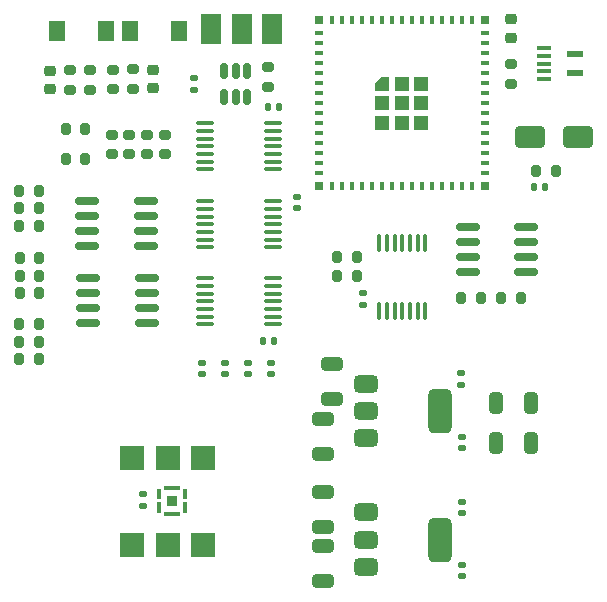
<source format=gbr>
%TF.GenerationSoftware,KiCad,Pcbnew,8.0.6*%
%TF.CreationDate,2025-08-26T16:01:02+02:00*%
%TF.ProjectId,probe,70726f62-652e-46b6-9963-61645f706362,V4-0*%
%TF.SameCoordinates,Original*%
%TF.FileFunction,Paste,Top*%
%TF.FilePolarity,Positive*%
%FSLAX46Y46*%
G04 Gerber Fmt 4.6, Leading zero omitted, Abs format (unit mm)*
G04 Created by KiCad (PCBNEW 8.0.6) date 2025-08-26 16:01:02*
%MOMM*%
%LPD*%
G01*
G04 APERTURE LIST*
G04 Aperture macros list*
%AMRoundRect*
0 Rectangle with rounded corners*
0 $1 Rounding radius*
0 $2 $3 $4 $5 $6 $7 $8 $9 X,Y pos of 4 corners*
0 Add a 4 corners polygon primitive as box body*
4,1,4,$2,$3,$4,$5,$6,$7,$8,$9,$2,$3,0*
0 Add four circle primitives for the rounded corners*
1,1,$1+$1,$2,$3*
1,1,$1+$1,$4,$5*
1,1,$1+$1,$6,$7*
1,1,$1+$1,$8,$9*
0 Add four rect primitives between the rounded corners*
20,1,$1+$1,$2,$3,$4,$5,0*
20,1,$1+$1,$4,$5,$6,$7,0*
20,1,$1+$1,$6,$7,$8,$9,0*
20,1,$1+$1,$8,$9,$2,$3,0*%
%AMFreePoly0*
4,1,6,0.600000,-0.600000,-0.600000,-0.600000,-0.600000,0.000000,0.000000,0.600000,0.600000,0.600000,0.600000,-0.600000,0.600000,-0.600000,$1*%
G04 Aperture macros list end*
%ADD10C,0.010000*%
%ADD11RoundRect,0.200000X-0.200000X-0.275000X0.200000X-0.275000X0.200000X0.275000X-0.200000X0.275000X0*%
%ADD12R,1.250000X0.400000*%
%ADD13R,1.350000X0.600000*%
%ADD14RoundRect,0.225000X0.250000X-0.225000X0.250000X0.225000X-0.250000X0.225000X-0.250000X-0.225000X0*%
%ADD15RoundRect,0.250000X-1.000000X-0.650000X1.000000X-0.650000X1.000000X0.650000X-1.000000X0.650000X0*%
%ADD16RoundRect,0.200000X0.275000X-0.200000X0.275000X0.200000X-0.275000X0.200000X-0.275000X-0.200000X0*%
%ADD17R,1.350000X1.800000*%
%ADD18RoundRect,0.200000X0.200000X0.275000X-0.200000X0.275000X-0.200000X-0.275000X0.200000X-0.275000X0*%
%ADD19RoundRect,0.140000X0.170000X-0.140000X0.170000X0.140000X-0.170000X0.140000X-0.170000X-0.140000X0*%
%ADD20RoundRect,0.140000X-0.140000X-0.170000X0.140000X-0.170000X0.140000X0.170000X-0.140000X0.170000X0*%
%ADD21RoundRect,0.225000X-0.250000X0.225000X-0.250000X-0.225000X0.250000X-0.225000X0.250000X0.225000X0*%
%ADD22RoundRect,0.140000X-0.170000X0.140000X-0.170000X-0.140000X0.170000X-0.140000X0.170000X0.140000X0*%
%ADD23RoundRect,0.250000X0.650000X-0.325000X0.650000X0.325000X-0.650000X0.325000X-0.650000X-0.325000X0*%
%ADD24RoundRect,0.100000X-0.637500X-0.100000X0.637500X-0.100000X0.637500X0.100000X-0.637500X0.100000X0*%
%ADD25R,2.000000X2.000000*%
%ADD26RoundRect,0.375000X-0.625000X-0.375000X0.625000X-0.375000X0.625000X0.375000X-0.625000X0.375000X0*%
%ADD27RoundRect,0.500000X-0.500000X-1.400000X0.500000X-1.400000X0.500000X1.400000X-0.500000X1.400000X0*%
%ADD28R,0.800000X0.400000*%
%ADD29R,0.400000X0.800000*%
%ADD30FreePoly0,0.000000*%
%ADD31R,1.200000X1.200000*%
%ADD32R,0.800000X0.800000*%
%ADD33RoundRect,0.150000X-0.150000X0.512500X-0.150000X-0.512500X0.150000X-0.512500X0.150000X0.512500X0*%
%ADD34RoundRect,0.250000X-0.325000X-0.650000X0.325000X-0.650000X0.325000X0.650000X-0.325000X0.650000X0*%
%ADD35RoundRect,0.200000X-0.275000X0.200000X-0.275000X-0.200000X0.275000X-0.200000X0.275000X0.200000X0*%
%ADD36RoundRect,0.150000X0.825000X0.150000X-0.825000X0.150000X-0.825000X-0.150000X0.825000X-0.150000X0*%
%ADD37R,1.750000X2.500000*%
%ADD38RoundRect,0.150000X-0.825000X-0.150000X0.825000X-0.150000X0.825000X0.150000X-0.825000X0.150000X0*%
%ADD39RoundRect,0.218750X-0.256250X0.218750X-0.256250X-0.218750X0.256250X-0.218750X0.256250X0.218750X0*%
%ADD40RoundRect,0.100000X0.100000X-0.637500X0.100000X0.637500X-0.100000X0.637500X-0.100000X-0.637500X0*%
G04 APERTURE END LIST*
D10*
%TO.C,U13*%
X152975000Y-61515000D02*
X152725000Y-61515000D01*
X152725000Y-60715000D01*
X152975000Y-60715000D01*
X152975000Y-61515000D01*
G36*
X152975000Y-61515000D02*
G01*
X152725000Y-61515000D01*
X152725000Y-60715000D01*
X152975000Y-60715000D01*
X152975000Y-61515000D01*
G37*
X152975000Y-62665000D02*
X152725000Y-62665000D01*
X152725000Y-61865000D01*
X152975000Y-61865000D01*
X152975000Y-62665000D01*
G36*
X152975000Y-62665000D02*
G01*
X152725000Y-62665000D01*
X152725000Y-61865000D01*
X152975000Y-61865000D01*
X152975000Y-62665000D01*
G37*
X154375000Y-62090000D02*
X153575000Y-62090000D01*
X153575000Y-61290000D01*
X154375000Y-61290000D01*
X154375000Y-62090000D01*
G36*
X154375000Y-62090000D02*
G01*
X153575000Y-62090000D01*
X153575000Y-61290000D01*
X154375000Y-61290000D01*
X154375000Y-62090000D01*
G37*
X154625000Y-60690000D02*
X153325000Y-60690000D01*
X153325000Y-60440000D01*
X154625000Y-60440000D01*
X154625000Y-60690000D01*
G36*
X154625000Y-60690000D02*
G01*
X153325000Y-60690000D01*
X153325000Y-60440000D01*
X154625000Y-60440000D01*
X154625000Y-60690000D01*
G37*
X154625000Y-62940000D02*
X153325000Y-62940000D01*
X153325000Y-62690000D01*
X154625000Y-62690000D01*
X154625000Y-62940000D01*
G36*
X154625000Y-62940000D02*
G01*
X153325000Y-62940000D01*
X153325000Y-62690000D01*
X154625000Y-62690000D01*
X154625000Y-62940000D01*
G37*
X155225000Y-61515000D02*
X154975000Y-61515000D01*
X154975000Y-60715000D01*
X155225000Y-60715000D01*
X155225000Y-61515000D01*
G36*
X155225000Y-61515000D02*
G01*
X154975000Y-61515000D01*
X154975000Y-60715000D01*
X155225000Y-60715000D01*
X155225000Y-61515000D01*
G37*
X155225000Y-62665000D02*
X154975000Y-62665000D01*
X154975000Y-61865000D01*
X155225000Y-61865000D01*
X155225000Y-62665000D01*
G36*
X155225000Y-62665000D02*
G01*
X154975000Y-62665000D01*
X154975000Y-61865000D01*
X155225000Y-61865000D01*
X155225000Y-62665000D01*
G37*
%TD*%
D11*
%TO.C,R22*%
X145025000Y-32760000D03*
X146675000Y-32760000D03*
%TD*%
D12*
%TO.C,J2*%
X185500000Y-26000000D03*
X185500000Y-25350000D03*
X185500000Y-24700000D03*
X185500000Y-24050000D03*
X185500000Y-23400000D03*
D13*
X188150000Y-23900000D03*
X188150000Y-25500000D03*
%TD*%
D14*
%TO.C,C11*%
X152425000Y-26800000D03*
X152425000Y-25250000D03*
%TD*%
D15*
%TO.C,D1*%
X184350000Y-30950000D03*
X188350000Y-30950000D03*
%TD*%
D16*
%TO.C,R1*%
X150725000Y-26850000D03*
X150725000Y-25200000D03*
%TD*%
D17*
%TO.C,SW1*%
X150475000Y-21950000D03*
X154625000Y-21950000D03*
%TD*%
D18*
%TO.C,R12*%
X142775000Y-42650000D03*
X141125000Y-42650000D03*
%TD*%
D19*
%TO.C,C13*%
X155862500Y-26905000D03*
X155862500Y-25945000D03*
%TD*%
%TO.C,C15*%
X156515000Y-51000000D03*
X156515000Y-50040000D03*
%TD*%
D16*
%TO.C,R26*%
X162162500Y-26650000D03*
X162162500Y-25000000D03*
%TD*%
%TO.C,R18*%
X150400000Y-32400000D03*
X150400000Y-30750000D03*
%TD*%
D19*
%TO.C,C16*%
X158485000Y-51000000D03*
X158485000Y-50040000D03*
%TD*%
D20*
%TO.C,C19*%
X162140000Y-28350000D03*
X163100000Y-28350000D03*
%TD*%
%TO.C,C22*%
X161720000Y-48150000D03*
X162680000Y-48150000D03*
%TD*%
D19*
%TO.C,C8*%
X178600000Y-68100000D03*
X178600000Y-67140000D03*
%TD*%
%TO.C,C17*%
X160455000Y-51000000D03*
X160455000Y-50040000D03*
%TD*%
D11*
%TO.C,R27*%
X178500000Y-44515000D03*
X180150000Y-44515000D03*
%TD*%
D18*
%TO.C,R15*%
X142725000Y-48250000D03*
X141075000Y-48250000D03*
%TD*%
D16*
%TO.C,R19*%
X151900000Y-32400000D03*
X151900000Y-30750000D03*
%TD*%
D18*
%TO.C,R16*%
X142725000Y-46750000D03*
X141075000Y-46750000D03*
%TD*%
D17*
%TO.C,SW2*%
X148400000Y-21925000D03*
X144250000Y-21925000D03*
%TD*%
D21*
%TO.C,C12*%
X143675000Y-25300000D03*
X143675000Y-26850000D03*
%TD*%
D18*
%TO.C,R23*%
X186500000Y-33800000D03*
X184850000Y-33800000D03*
%TD*%
D22*
%TO.C,C21*%
X170150000Y-44150000D03*
X170150000Y-45110000D03*
%TD*%
D23*
%TO.C,C6*%
X166800000Y-68500000D03*
X166800000Y-65550000D03*
%TD*%
D24*
%TO.C,U7*%
X156812500Y-36375000D03*
X156812500Y-37025000D03*
X156812500Y-37675000D03*
X156812500Y-38325000D03*
X156812500Y-38975000D03*
X156812500Y-39625000D03*
X156812500Y-40275000D03*
X162537500Y-40275000D03*
X162537500Y-39625000D03*
X162537500Y-38975000D03*
X162537500Y-38325000D03*
X162537500Y-37675000D03*
X162537500Y-37025000D03*
X162537500Y-36375000D03*
%TD*%
D18*
%TO.C,R24*%
X169650000Y-42662500D03*
X168000000Y-42662500D03*
%TD*%
D25*
%TO.C,J8*%
X153650000Y-58125000D03*
X156650000Y-58125000D03*
X150650000Y-58125000D03*
%TD*%
D26*
%TO.C,U2*%
X170400000Y-51800000D03*
X170400000Y-54100000D03*
D27*
X176700000Y-54100000D03*
D26*
X170400000Y-56400000D03*
%TD*%
D28*
%TO.C,U4*%
X166475000Y-22100000D03*
X166475000Y-22950000D03*
X166475000Y-23800000D03*
X166475000Y-24650000D03*
X166475000Y-25500000D03*
X166475000Y-26350000D03*
X166475000Y-27200000D03*
X166475000Y-28050000D03*
X166475000Y-28900000D03*
X166475000Y-29750000D03*
X166475000Y-30600000D03*
X166475000Y-31450000D03*
X166475000Y-32300000D03*
X166475000Y-33150000D03*
X166475000Y-34000000D03*
D29*
X167525000Y-35050000D03*
X168375000Y-35050000D03*
X169225000Y-35050000D03*
X170075000Y-35050000D03*
X170925000Y-35050000D03*
X171775000Y-35050000D03*
X172625000Y-35050000D03*
X173475000Y-35050000D03*
X174325000Y-35050000D03*
X175175000Y-35050000D03*
X176025000Y-35050000D03*
X176875000Y-35050000D03*
X177725000Y-35050000D03*
X178575000Y-35050000D03*
X179425000Y-35050000D03*
D28*
X180475000Y-34000000D03*
X180475000Y-33150000D03*
X180475000Y-32300000D03*
X180475000Y-31450000D03*
X180475000Y-30600000D03*
X180475000Y-29750000D03*
X180475000Y-28900000D03*
X180475000Y-28050000D03*
X180475000Y-27200000D03*
X180475000Y-26350000D03*
X180475000Y-25500000D03*
X180475000Y-24650000D03*
X180475000Y-23800000D03*
X180475000Y-22950000D03*
X180475000Y-22100000D03*
D29*
X179425000Y-21050000D03*
X178575000Y-21050000D03*
X177725000Y-21050000D03*
X176875000Y-21050000D03*
X176025000Y-21050000D03*
X175175000Y-21050000D03*
X174325000Y-21050000D03*
X173475000Y-21050000D03*
X172625000Y-21050000D03*
X171775000Y-21050000D03*
X170925000Y-21050000D03*
X170075000Y-21050000D03*
X169225000Y-21050000D03*
X168375000Y-21050000D03*
X167525000Y-21050000D03*
D30*
X171825000Y-26400000D03*
D31*
X171825000Y-28050000D03*
X171825000Y-29700000D03*
X173475000Y-26400000D03*
X173475000Y-28050000D03*
X173475000Y-29700000D03*
X175125000Y-26400000D03*
X175125000Y-28050000D03*
X175125000Y-29700000D03*
D32*
X166475000Y-21050000D03*
X166475000Y-35050000D03*
X180475000Y-35050000D03*
X180475000Y-21050000D03*
%TD*%
D24*
%TO.C,U6*%
X156837500Y-29750000D03*
X156837500Y-30400000D03*
X156837500Y-31050000D03*
X156837500Y-31700000D03*
X156837500Y-32350000D03*
X156837500Y-33000000D03*
X156837500Y-33650000D03*
X162562500Y-33650000D03*
X162562500Y-33000000D03*
X162562500Y-32350000D03*
X162562500Y-31700000D03*
X162562500Y-31050000D03*
X162562500Y-30400000D03*
X162562500Y-29750000D03*
%TD*%
D22*
%TO.C,C20*%
X164600000Y-35970000D03*
X164600000Y-36930000D03*
%TD*%
D33*
%TO.C,U1*%
X160350000Y-25300000D03*
X159400000Y-25300000D03*
X158450000Y-25300000D03*
X158450000Y-27575000D03*
X159400000Y-27575000D03*
X160350000Y-27575000D03*
%TD*%
D23*
%TO.C,C7*%
X166800000Y-63900000D03*
X166800000Y-60950000D03*
%TD*%
D19*
%TO.C,C18*%
X162425000Y-51000000D03*
X162425000Y-50040000D03*
%TD*%
D22*
%TO.C,C1*%
X178500000Y-50920000D03*
X178500000Y-51880000D03*
%TD*%
D18*
%TO.C,R10*%
X142750000Y-35450000D03*
X141100000Y-35450000D03*
%TD*%
D11*
%TO.C,R21*%
X145025000Y-30250000D03*
X146675000Y-30250000D03*
%TD*%
D34*
%TO.C,C10*%
X181450000Y-56825000D03*
X184400000Y-56825000D03*
%TD*%
D35*
%TO.C,R2*%
X145375000Y-25250000D03*
X145375000Y-26900000D03*
%TD*%
D34*
%TO.C,C9*%
X181450000Y-53475000D03*
X184400000Y-53475000D03*
%TD*%
D16*
%TO.C,R7*%
X149025000Y-26875000D03*
X149025000Y-25225000D03*
%TD*%
D18*
%TO.C,R8*%
X142750000Y-38450000D03*
X141100000Y-38450000D03*
%TD*%
%TO.C,R25*%
X169650000Y-41112500D03*
X168000000Y-41112500D03*
%TD*%
D36*
%TO.C,U12*%
X184025000Y-42360000D03*
X184025000Y-41090000D03*
X184025000Y-39820000D03*
X184025000Y-38550000D03*
X179075000Y-38550000D03*
X179075000Y-39820000D03*
X179075000Y-41090000D03*
X179075000Y-42360000D03*
%TD*%
D37*
%TO.C,J4*%
X157300000Y-21750000D03*
X159900000Y-21800000D03*
X162500000Y-21800000D03*
%TD*%
D18*
%TO.C,R13*%
X142775000Y-41150000D03*
X141125000Y-41150000D03*
%TD*%
D16*
%TO.C,R20*%
X153400000Y-32400000D03*
X153400000Y-30750000D03*
%TD*%
D38*
%TO.C,U9*%
X146925000Y-42835000D03*
X146925000Y-44105000D03*
X146925000Y-45375000D03*
X146925000Y-46645000D03*
X151875000Y-46645000D03*
X151875000Y-45375000D03*
X151875000Y-44105000D03*
X151875000Y-42835000D03*
%TD*%
D18*
%TO.C,R11*%
X142775000Y-44150000D03*
X141125000Y-44150000D03*
%TD*%
D22*
%TO.C,C5*%
X178600000Y-61800000D03*
X178600000Y-62760000D03*
%TD*%
D18*
%TO.C,R14*%
X142725000Y-49750000D03*
X141075000Y-49750000D03*
%TD*%
D16*
%TO.C,R17*%
X148900000Y-32400000D03*
X148900000Y-30750000D03*
%TD*%
D36*
%TO.C,U5*%
X151800000Y-40130000D03*
X151800000Y-38860000D03*
X151800000Y-37590000D03*
X151800000Y-36320000D03*
X146850000Y-36320000D03*
X146850000Y-37590000D03*
X146850000Y-38860000D03*
X146850000Y-40130000D03*
%TD*%
D24*
%TO.C,U8*%
X156850000Y-42875000D03*
X156850000Y-43525000D03*
X156850000Y-44175000D03*
X156850000Y-44825000D03*
X156850000Y-45475000D03*
X156850000Y-46125000D03*
X156850000Y-46775000D03*
X162575000Y-46775000D03*
X162575000Y-46125000D03*
X162575000Y-45475000D03*
X162575000Y-44825000D03*
X162575000Y-44175000D03*
X162575000Y-43525000D03*
X162575000Y-42875000D03*
%TD*%
D11*
%TO.C,R28*%
X181875000Y-44550000D03*
X183525000Y-44550000D03*
%TD*%
D19*
%TO.C,C23*%
X151550000Y-62125000D03*
X151550000Y-61165000D03*
%TD*%
D35*
%TO.C,R6*%
X147075000Y-25250000D03*
X147075000Y-26900000D03*
%TD*%
D26*
%TO.C,U3*%
X170400000Y-62700000D03*
X170400000Y-65000000D03*
D27*
X176700000Y-65000000D03*
D26*
X170400000Y-67300000D03*
%TD*%
D20*
%TO.C,C14*%
X184670000Y-35150000D03*
X185630000Y-35150000D03*
%TD*%
D25*
%TO.C,J7*%
X153650000Y-65425000D03*
X150650000Y-65425000D03*
X156650000Y-65425000D03*
%TD*%
D39*
%TO.C,D4*%
X182675000Y-20962500D03*
X182675000Y-22537500D03*
%TD*%
D35*
%TO.C,R5*%
X182675000Y-24750000D03*
X182675000Y-26400000D03*
%TD*%
D19*
%TO.C,C3*%
X178600000Y-57280000D03*
X178600000Y-56320000D03*
%TD*%
D40*
%TO.C,U10*%
X171575000Y-45625000D03*
X172225000Y-45625000D03*
X172875000Y-45625000D03*
X173525000Y-45625000D03*
X174175000Y-45625000D03*
X174825000Y-45625000D03*
X175475000Y-45625000D03*
X175475000Y-39900000D03*
X174825000Y-39900000D03*
X174175000Y-39900000D03*
X173525000Y-39900000D03*
X172875000Y-39900000D03*
X172225000Y-39900000D03*
X171575000Y-39900000D03*
%TD*%
D23*
%TO.C,C2*%
X167550000Y-53125000D03*
X167550000Y-50175000D03*
%TD*%
D18*
%TO.C,R9*%
X142750000Y-36950000D03*
X141100000Y-36950000D03*
%TD*%
D23*
%TO.C,C4*%
X166800000Y-57775000D03*
X166800000Y-54825000D03*
%TD*%
M02*

</source>
